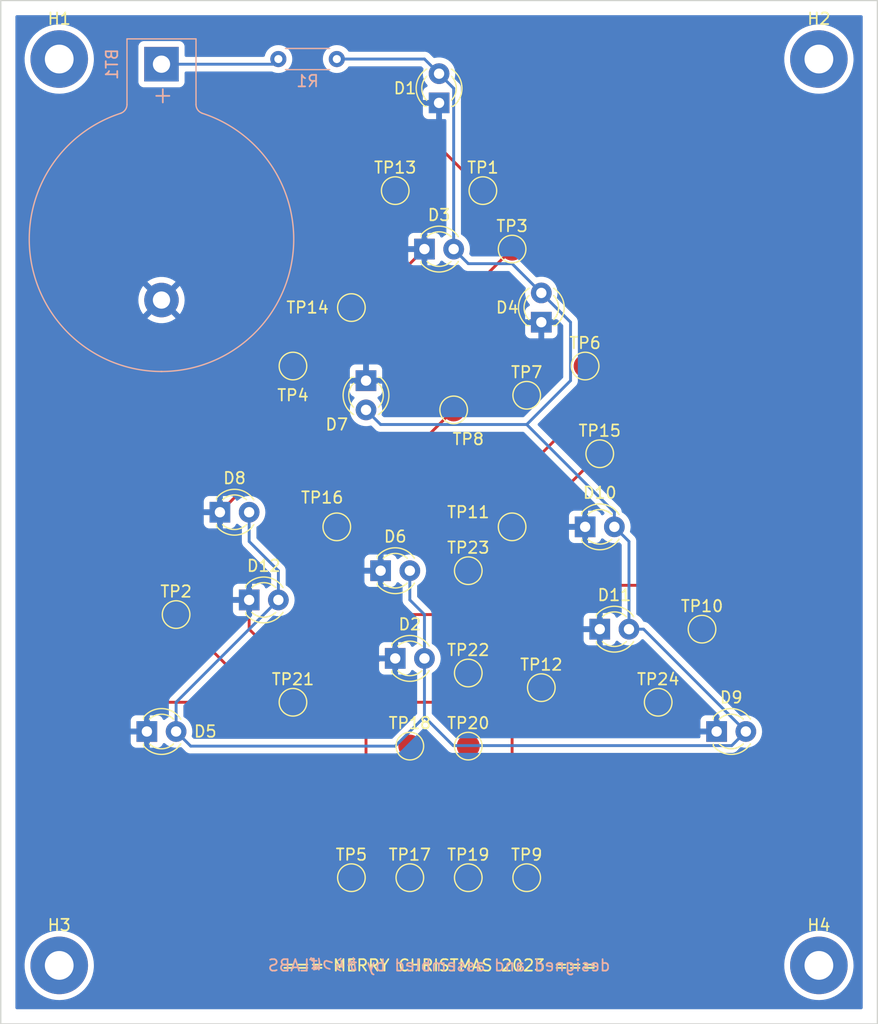
<source format=kicad_pcb>
(kicad_pcb (version 20211014) (generator pcbnew)
  (layers (0 "F.Cu" signal) (31 "B.Cu" signal) (34 "B.Paste" user) (35 "F.Paste" user) (36 "B.SilkS" user "B.Silkscreen") (37 "F.SilkS" user "F.Silkscreen") (38 "B.Mask" user) (39 "F.Mask" user) (44 "Edge.Cuts" user))
  (net 0 "")
  (net 1 "VCC")
  (net 2 "GND")
  (net 3 "Net-(D1-Pad2)")
  (footprint "TestPoint:TestPoint_Pad_D2.0mm" (layer "F.Cu") (at 147.32 85.09)
    (fp_text reference "TP7" (at 0 -1.998) (layer "F.SilkS"))
    (fp_text value "TestPoint")
    (fp_circle (center 0 0) (end 0 1.2) (layer "F.SilkS") (width 0.12) (fill none))
    (pad "1" smd circle (at 0 0) (size 2 2) (layers "F.Cu" "F.Mask") (net 2 "GND"))
  )
  (footprint "TestPoint:TestPoint_Pad_D2.0mm" (layer "F.Cu") (at 142.24 127)
    (fp_text reference "TP19" (at 0 -1.998) (layer "F.SilkS"))
    (fp_text value "TestPoint")
    (fp_circle (center 0 0) (end 0 1.2) (layer "F.SilkS") (width 0.12) (fill none))
    (pad "1" smd circle (at 0 0) (size 2 2) (layers "F.Cu" "F.Mask") (net 2 "GND"))
  )
  (footprint "TestPoint:TestPoint_Pad_D2.0mm" (layer "F.Cu") (at 162.56 105.41)
    (fp_text reference "TP10" (at 0 -1.998) (layer "F.SilkS"))
    (fp_text value "TestPoint")
    (fp_circle (center 0 0) (end 0 1.2) (layer "F.SilkS") (width 0.12) (fill none))
    (pad "1" smd circle (at 0 0) (size 2 2) (layers "F.Cu" "F.Mask") (net 2 "GND"))
  )
  (footprint "LED_THT:LED_D3.0mm" (layer "F.Cu") (at 148.59 78.74 90)
    (fp_text reference "D4" (at 1.27 -2.96 180) (layer "F.SilkS"))
    (fp_text value "LED")
    (fp_line (start -0.29 1.08) (end -0.29 1.236) (layer "F.SilkS") (width 0.12))
    (fp_line (start -0.29 -1.236) (end -0.29 -1.08) (layer "F.SilkS") (width 0.12))
    (fp_arc (start -0.29 -1.235516) (mid 1.366487 -1.987659) (end 2.942335 -1.078608) (layer "F.SilkS") (width 0.12))
    (fp_arc (start 0.229039 -1.08) (mid 1.270117 -1.5) (end 2.31113 -1.079837) (layer "F.SilkS") (width 0.12))
    (fp_arc (start 2.942335 1.078608) (mid 1.366487 1.987659) (end -0.29 1.235516) (layer "F.SilkS") (width 0.12))
    (fp_arc (start 2.31113 1.079837) (mid 1.270117 1.5) (end 0.229039 1.08) (layer "F.SilkS") (width 0.12))
    (pad "1" thru_hole rect (at 0 0 90) (size 1.8 1.8) (drill 0.9) (layers *.Cu *.Mask) (net 2 "GND"))
    (pad "2" thru_hole circle (at 2.54 0 90) (size 1.8 1.8) (drill 0.9) (layers *.Cu *.Mask) (net 3 "Net-(D1-Pad2)"))
  )
  (footprint "MountingHole:MountingHole_2.5mm_Pad" (layer "F.Cu") (at 106.68 134.62)
    (fp_text reference "H3" (at 0 -3.5) (layer "F.SilkS"))
    (fp_text value "MountingHole")
    (pad "1" thru_hole circle (at 0 0) (size 5 5) (drill 2.5) (layers *.Cu *.Mask))
  )
  (footprint "TestPoint:TestPoint_Pad_D2.0mm" (layer "F.Cu") (at 142.24 100.33)
    (fp_text reference "TP23" (at 0 -1.998) (layer "F.SilkS"))
    (fp_text value "TestPoint")
    (fp_circle (center 0 0) (end 0 1.2) (layer "F.SilkS") (width 0.12) (fill none))
    (pad "1" smd circle (at 0 0) (size 2 2) (layers "F.Cu" "F.Mask") (net 2 "GND"))
  )
  (footprint "TestPoint:TestPoint_Pad_D2.0mm" (layer "F.Cu") (at 148.59 110.49)
    (fp_text reference "TP12" (at 0 -1.998) (layer "F.SilkS"))
    (fp_text value "TestPoint")
    (fp_circle (center 0 0) (end 0 1.2) (layer "F.SilkS") (width 0.12) (fill none))
    (pad "1" smd circle (at 0 0) (size 2 2) (layers "F.Cu" "F.Mask") (net 2 "GND"))
  )
  (footprint "LED_THT:LED_D3.0mm" (layer "F.Cu") (at 139.7 59.69 90)
    (fp_text reference "D1" (at 1.27 -2.96 180) (layer "F.SilkS"))
    (fp_text value "LED")
    (fp_line (start -0.29 1.08) (end -0.29 1.236) (layer "F.SilkS") (width 0.12))
    (fp_line (start -0.29 -1.236) (end -0.29 -1.08) (layer "F.SilkS") (width 0.12))
    (fp_arc (start 2.31113 1.079837) (mid 1.270117 1.5) (end 0.229039 1.08) (layer "F.SilkS") (width 0.12))
    (fp_arc (start 0.229039 -1.08) (mid 1.270117 -1.5) (end 2.31113 -1.079837) (layer "F.SilkS") (width 0.12))
    (fp_arc (start -0.29 -1.235516) (mid 1.366487 -1.987659) (end 2.942335 -1.078608) (layer "F.SilkS") (width 0.12))
    (fp_arc (start 2.942335 1.078608) (mid 1.366487 1.987659) (end -0.29 1.235516) (layer "F.SilkS") (width 0.12))
    (pad "1" thru_hole rect (at 0 0 90) (size 1.8 1.8) (drill 0.9) (layers *.Cu *.Mask) (net 2 "GND"))
    (pad "2" thru_hole circle (at 2.54 0 90) (size 1.8 1.8) (drill 0.9) (layers *.Cu *.Mask) (net 3 "Net-(D1-Pad2)"))
  )
  (footprint "TestPoint:TestPoint_Pad_D2.0mm" (layer "F.Cu") (at 153.67 90.17)
    (fp_text reference "TP15" (at 0 -1.998) (layer "F.SilkS"))
    (fp_text value "TestPoint")
    (fp_circle (center 0 0) (end 0 1.2) (layer "F.SilkS") (width 0.12) (fill none))
    (pad "1" smd circle (at 0 0) (size 2 2) (layers "F.Cu" "F.Mask") (net 2 "GND"))
  )
  (footprint "LED_THT:LED_D3.0mm" (layer "F.Cu") (at 135.89 107.95)
    (fp_text reference "D2" (at 1.27 -2.96) (layer "F.SilkS"))
    (fp_text value "LED")
    (fp_line (start -0.29 -1.236) (end -0.29 -1.08) (layer "F.SilkS") (width 0.12))
    (fp_line (start -0.29 1.08) (end -0.29 1.236) (layer "F.SilkS") (width 0.12))
    (fp_arc (start -0.29 -1.235516) (mid 1.366487 -1.987659) (end 2.942335 -1.078608) (layer "F.SilkS") (width 0.12))
    (fp_arc (start 2.31113 1.079837) (mid 1.270117 1.5) (end 0.229039 1.08) (layer "F.SilkS") (width 0.12))
    (fp_arc (start 2.942335 1.078608) (mid 1.366487 1.987659) (end -0.29 1.235516) (layer "F.SilkS") (width 0.12))
    (fp_arc (start 0.229039 -1.08) (mid 1.270117 -1.5) (end 2.31113 -1.079837) (layer "F.SilkS") (width 0.12))
    (pad "1" thru_hole rect (at 0 0) (size 1.8 1.8) (drill 0.9) (layers *.Cu *.Mask) (net 2 "GND"))
    (pad "2" thru_hole circle (at 2.54 0) (size 1.8 1.8) (drill 0.9) (layers *.Cu *.Mask) (net 3 "Net-(D1-Pad2)"))
  )
  (footprint "TestPoint:TestPoint_Pad_D2.0mm" (layer "F.Cu") (at 137.16 127)
    (fp_text reference "TP17" (at 0 -1.998) (layer "F.SilkS"))
    (fp_text value "TestPoint")
    (fp_circle (center 0 0) (end 0 1.2) (layer "F.SilkS") (width 0.12) (fill none))
    (pad "1" smd circle (at 0 0) (size 2 2) (layers "F.Cu" "F.Mask") (net 2 "GND"))
  )
  (footprint "LED_THT:LED_D3.0mm" (layer "F.Cu") (at 138.43 72.39)
    (fp_text reference "D3" (at 1.27 -2.96) (layer "F.SilkS"))
    (fp_text value "LED")
    (fp_line (start -0.29 -1.236) (end -0.29 -1.08) (layer "F.SilkS") (width 0.12))
    (fp_line (start -0.29 1.08) (end -0.29 1.236) (layer "F.SilkS") (width 0.12))
    (fp_arc (start 2.942335 1.078608) (mid 1.366487 1.987659) (end -0.29 1.235516) (layer "F.SilkS") (width 0.12))
    (fp_arc (start 0.229039 -1.08) (mid 1.270117 -1.5) (end 2.31113 -1.079837) (layer "F.SilkS") (width 0.12))
    (fp_arc (start 2.31113 1.079837) (mid 1.270117 1.5) (end 0.229039 1.08) (layer "F.SilkS") (width 0.12))
    (fp_arc (start -0.29 -1.235516) (mid 1.366487 -1.987659) (end 2.942335 -1.078608) (layer "F.SilkS") (width 0.12))
    (pad "1" thru_hole rect (at 0 0) (size 1.8 1.8) (drill 0.9) (layers *.Cu *.Mask) (net 2 "GND"))
    (pad "2" thru_hole circle (at 2.54 0) (size 1.8 1.8) (drill 0.9) (layers *.Cu *.Mask) (net 3 "Net-(D1-Pad2)"))
  )
  (footprint "TestPoint:TestPoint_Pad_D2.0mm" (layer "F.Cu") (at 130.81 96.52)
    (fp_text reference "TP16" (at -1.27 -2.54) (layer "F.SilkS"))
    (fp_text value "TestPoint")
    (fp_circle (center 0 0) (end 0 1.2) (layer "F.SilkS") (width 0.12) (fill none))
    (pad "1" smd circle (at 0 0) (size 2 2) (layers "F.Cu" "F.Mask") (net 2 "GND"))
  )
  (footprint "MountingHole:MountingHole_2.5mm_Pad" (layer "F.Cu") (at 106.68 55.88)
    (fp_text reference "H1" (at 0 -3.5) (layer "F.SilkS"))
    (fp_text value "MountingHole")
    (pad "1" thru_hole circle (at 0 0) (size 5 5) (drill 2.5) (layers *.Cu *.Mask))
  )
  (footprint "TestPoint:TestPoint_Pad_D2.0mm" (layer "F.Cu") (at 142.24 109.22)
    (fp_text reference "TP22" (at 0 -1.998) (layer "F.SilkS"))
    (fp_text value "TestPoint")
    (fp_circle (center 0 0) (end 0 1.2) (layer "F.SilkS") (width 0.12) (fill none))
    (pad "1" smd circle (at 0 0) (size 2 2) (layers "F.Cu" "F.Mask") (net 2 "GND"))
  )
  (footprint "TestPoint:TestPoint_Pad_D2.0mm" (layer "F.Cu") (at 152.4 82.55)
    (fp_text reference "TP6" (at 0 -1.998) (layer "F.SilkS"))
    (fp_text value "TestPoint")
    (fp_circle (center 0 0) (end 0 1.2) (layer "F.SilkS") (width 0.12) (fill none))
    (pad "1" smd circle (at 0 0) (size 2 2) (layers "F.Cu" "F.Mask") (net 2 "GND"))
  )
  (footprint "TestPoint:TestPoint_Pad_D2.0mm" (layer "F.Cu") (at 146.05 72.39)
    (fp_text reference "TP3" (at 0 -1.998) (layer "F.SilkS"))
    (fp_text value "TestPoint")
    (fp_circle (center 0 0) (end 0 1.2) (layer "F.SilkS") (width 0.12) (fill none))
    (pad "1" smd circle (at 0 0) (size 2 2) (layers "F.Cu" "F.Mask") (net 2 "GND"))
  )
  (footprint "TestPoint:TestPoint_Pad_D2.0mm" (layer "F.Cu") (at 127 111.76)
    (fp_text reference "TP21" (at 0 -1.998) (layer "F.SilkS"))
    (fp_text value "TestPoint")
    (fp_circle (center 0 0) (end 0 1.2) (layer "F.SilkS") (width 0.12) (fill none))
    (pad "1" smd circle (at 0 0) (size 2 2) (layers "F.Cu" "F.Mask") (net 2 "GND"))
  )
  (footprint "TestPoint:TestPoint_Pad_D2.0mm" (layer "F.Cu") (at 140.97 86.36)
    (fp_text reference "TP8" (at 1.27 2.54) (layer "F.SilkS"))
    (fp_text value "TestPoint")
    (fp_circle (center 0 0) (end 0 1.2) (layer "F.SilkS") (width 0.12) (fill none))
    (pad "1" smd circle (at 0 0) (size 2 2) (layers "F.Cu" "F.Mask") (net 2 "GND"))
  )
  (footprint "TestPoint:TestPoint_Pad_D2.0mm" (layer "F.Cu") (at 135.89 67.31)
    (fp_text reference "TP13" (at 0 -1.998) (layer "F.SilkS"))
    (fp_text value "TestPoint")
    (fp_circle (center 0 0) (end 0 1.2) (layer "F.SilkS") (width 0.12) (fill none))
    (pad "1" smd circle (at 0 0) (size 2 2) (layers "F.Cu" "F.Mask") (net 2 "GND"))
  )
  (footprint "LED_THT:LED_D3.0mm" (layer "F.Cu") (at 163.83 114.3)
    (fp_text reference "D9" (at 1.27 -2.96) (layer "F.SilkS"))
    (fp_text value "LED")
    (fp_line (start -0.29 1.08) (end -0.29 1.236) (layer "F.SilkS") (width 0.12))
    (fp_line (start -0.29 -1.236) (end -0.29 -1.08) (layer "F.SilkS") (width 0.12))
    (fp_arc (start 0.229039 -1.08) (mid 1.270117 -1.5) (end 2.31113 -1.079837) (layer "F.SilkS") (width 0.12))
    (fp_arc (start 2.31113 1.079837) (mid 1.270117 1.5) (end 0.229039 1.08) (layer "F.SilkS") (width 0.12))
    (fp_arc (start -0.29 -1.235516) (mid 1.366487 -1.987659) (end 2.942335 -1.078608) (layer "F.SilkS") (width 0.12))
    (fp_arc (start 2.942335 1.078608) (mid 1.366487 1.987659) (end -0.29 1.235516) (layer "F.SilkS") (width 0.12))
    (pad "1" thru_hole rect (at 0 0) (size 1.8 1.8) (drill 0.9) (layers *.Cu *.Mask) (net 2 "GND"))
    (pad "2" thru_hole circle (at 2.54 0) (size 1.8 1.8) (drill 0.9) (layers *.Cu *.Mask) (net 3 "Net-(D1-Pad2)"))
  )
  (footprint "TestPoint:TestPoint_Pad_D2.0mm" (layer "F.Cu") (at 142.24 115.57)
    (fp_text reference "TP20" (at 0 -1.998) (layer "F.SilkS"))
    (fp_text value "TestPoint")
    (fp_circle (center 0 0) (end 0 1.2) (layer "F.SilkS") (width 0.12) (fill none))
    (pad "1" smd circle (at 0 0) (size 2 2) (layers "F.Cu" "F.Mask") (net 2 "GND"))
  )
  (footprint "TestPoint:TestPoint_Pad_D2.0mm" (layer "F.Cu") (at 146.05 96.52)
    (fp_text reference "TP11" (at -3.81 -1.27) (layer "F.SilkS"))
    (fp_text value "TestPoint")
    (fp_circle (center 0 0) (end 0 1.2) (layer "F.SilkS") (width 0.12) (fill none))
    (pad "1" smd circle (at 0 0) (size 2 2) (layers "F.Cu" "F.Mask") (net 2 "GND"))
  )
  (footprint "MountingHole:MountingHole_2.5mm_Pad" (layer "F.Cu") (at 172.72 55.88)
    (fp_text reference "H2" (at 0 -3.5) (layer "F.SilkS"))
    (fp_text value "MountingHole")
    (pad "1" thru_hole circle (at 0 0) (size 5 5) (drill 2.5) (layers *.Cu *.Mask))
  )
  (footprint "TestPoint:TestPoint_Pad_D2.0mm" (layer "F.Cu") (at 137.16 115.57)
    (fp_text reference "TP18" (at 0 -1.998) (layer "F.SilkS"))
    (fp_text value "TestPoint")
    (fp_circle (center 0 0) (end 0 1.2) (layer "F.SilkS") (width 0.12) (fill none))
    (pad "1" smd circle (at 0 0) (size 2 2) (layers "F.Cu" "F.Mask") (net 2 "GND"))
  )
  (footprint "LED_THT:LED_D3.0mm" (layer "F.Cu") (at 133.35 83.82 -90)
    (fp_text reference "D7" (at 3.81 2.54 180) (layer "F.SilkS"))
    (fp_text value "LED")
    (fp_line (start -0.29 -1.236) (end -0.29 -1.08) (layer "F.SilkS") (width 0.12))
    (fp_line (start -0.29 1.08) (end -0.29 1.236) (layer "F.SilkS") (width 0.12))
    (fp_arc (start 2.31113 1.079837) (mid 1.270117 1.5) (end 0.229039 1.08) (layer "F.SilkS") (width 0.12))
    (fp_arc (start 0.229039 -1.08) (mid 1.270117 -1.5) (end 2.31113 -1.079837) (layer "F.SilkS") (width 0.12))
    (fp_arc (start -0.29 -1.235516) (mid 1.366487 -1.987659) (end 2.942335 -1.078608) (layer "F.SilkS") (width 0.12))
    (fp_arc (start 2.942335 1.078608) (mid 1.366487 1.987659) (end -0.29 1.235516) (layer "F.SilkS") (width 0.12))
    (pad "1" thru_hole rect (at 0 0 270) (size 1.8 1.8) (drill 0.9) (layers *.Cu *.Mask) (net 2 "GND"))
    (pad "2" thru_hole circle (at 2.54 0 270) (size 1.8 1.8) (drill 0.9) (layers *.Cu *.Mask) (net 3 "Net-(D1-Pad2)"))
  )
  (footprint "TestPoint:TestPoint_Pad_D2.0mm" (layer "F.Cu") (at 127 82.55)
    (fp_text reference "TP4" (at 0 2.54) (layer "F.SilkS"))
    (fp_text value "TestPoint")
    (fp_circle (center 0 0) (end 0 1.2) (layer "F.SilkS") (width 0.12) (fill none))
    (pad "1" smd circle (at 0 0) (size 2 2) (layers "F.Cu" "F.Mask") (net 2 "GND"))
  )
  (footprint "LED_THT:LED_D3.0mm" (layer "F.Cu") (at 134.62 100.33)
    (fp_text reference "D6" (at 1.27 -2.96) (layer "F.SilkS"))
    (fp_text value "LED")
    (fp_line (start -0.29 1.08) (end -0.29 1.236) (layer "F.SilkS") (width 0.12))
    (fp_line (start -0.29 -1.236) (end -0.29 -1.08) (layer "F.SilkS") (width 0.12))
    (fp_arc (start 2.31113 1.079837) (mid 1.270117 1.5) (end 0.229039 1.08) (layer "F.SilkS") (width 0.12))
    (fp_arc (start 0.229039 -1.08) (mid 1.270117 -1.5) (end 2.31113 -1.079837) (layer "F.SilkS") (width 0.12))
    (fp_arc (start -0.29 -1.235516) (mid 1.366487 -1.987659) (end 2.942335 -1.078608) (layer "F.SilkS") (width 0.12))
    (fp_arc (start 2.942335 1.078608) (mid 1.366487 1.987659) (end -0.29 1.235516) (layer "F.SilkS") (width 0.12))
    (pad "1" thru_hole rect (at 0 0) (size 1.8 1.8) (drill 0.9) (layers *.Cu *.Mask) (net 2 "GND"))
    (pad "2" thru_hole circle (at 2.54 0) (size 1.8 1.8) (drill 0.9) (layers *.Cu *.Mask) (net 3 "Net-(D1-Pad2)"))
  )
  (footprint "TestPoint:TestPoint_Pad_D2.0mm" (layer "F.Cu") (at 116.84 104.14)
    (fp_text reference "TP2" (at 0 -1.998) (layer "F.SilkS"))
    (fp_text value "TestPoint")
    (fp_circle (center 0 0) (end 0 1.2) (layer "F.SilkS") (width 0.12) (fill none))
    (pad "1" smd circle (at 0 0) (size 2 2) (layers "F.Cu" "F.Mask") (net 2 "GND"))
  )
  (footprint "LED_THT:LED_D3.0mm" (layer "F.Cu") (at 120.65 95.25)
    (fp_text reference "D8" (at 1.27 -2.96) (layer "F.SilkS"))
    (fp_text value "LED")
    (fp_line (start -0.29 1.08) (end -0.29 1.236) (layer "F.SilkS") (width 0.12))
    (fp_line (start -0.29 -1.236) (end -0.29 -1.08) (layer "F.SilkS") (width 0.12))
    (fp_arc (start 0.229039 -1.08) (mid 1.270117 -1.5) (end 2.31113 -1.079837) (layer "F.SilkS") (width 0.12))
    (fp_arc (start -0.29 -1.235516) (mid 1.366487 -1.987659) (end 2.942335 -1.078608) (layer "F.SilkS") (width 0.12))
    (fp_arc (start 2.31113 1.079837) (mid 1.270117 1.5) (end 0.229039 1.08) (layer "F.SilkS") (width 0.12))
    (fp_arc (start 2.942335 1.078608) (mid 1.366487 1.987659) (end -0.29 1.235516) (layer "F.SilkS") (width 0.12))
    (pad "1" thru_hole rect (at 0 0) (size 1.8 1.8) (drill 0.9) (layers *.Cu *.Mask) (net 2 "GND"))
    (pad "2" thru_hole circle (at 2.54 0) (size 1.8 1.8) (drill 0.9) (layers *.Cu *.Mask) (net 3 "Net-(D1-Pad2)"))
  )
  (footprint "LED_THT:LED_D3.0mm" (layer "F.Cu") (at 114.3 114.3)
    (fp_text reference "D5" (at 5.08 0) (layer "F.SilkS"))
    (fp_text value "LED")
    (fp_line (start -0.29 -1.236) (end -0.29 -1.08) (layer "F.SilkS") (width 0.12))
    (fp_line (start -0.29 1.08) (end -0.29 1.236) (layer "F.SilkS") (width 0.12))
    (fp_arc (start 2.31113 1.079837) (mid 1.270117 1.5) (end 0.229039 1.08) (layer "F.SilkS") (width 0.12))
    (fp_arc (start 0.229039 -1.08) (mid 1.270117 -1.5) (end 2.31113 -1.079837) (layer "F.SilkS") (width 0.12))
    (fp_arc (start -0.29 -1.235516) (mid 1.366487 -1.987659) (end 2.942335 -1.078608) (layer "F.SilkS") (width 0.12))
    (fp_arc (start 2.942335 1.078608) (mid 1.366487 1.987659) (end -0.29 1.235516) (layer "F.SilkS") (width 0.12))
    (pad "1" thru_hole rect (at 0 0) (size 1.8 1.8) (drill 0.9) (layers *.Cu *.Mask) (net 2 "GND"))
    (pad "2" thru_hole circle (at 2.54 0) (size 1.8 1.8) (drill 0.9) (layers *.Cu *.Mask) (net 3 "Net-(D1-Pad2)"))
  )
  (footprint "LED_THT:LED_D3.0mm" (layer "F.Cu") (at 152.4 96.52)
    (fp_text reference "D10" (at 1.27 -2.96) (layer "F.SilkS"))
    (fp_text value "LED")
    (fp_line (start -0.29 -1.236) (end -0.29 -1.08) (layer "F.SilkS") (width 0.12))
    (fp_line (start -0.29 1.08) (end -0.29 1.236) (layer "F.SilkS") (width 0.12))
    (fp_arc (start 2.31113 1.079837) (mid 1.270117 1.5) (end 0.229039 1.08) (layer "F.SilkS") (width 0.12))
    (fp_arc (start 0.229039 -1.08) (mid 1.270117 -1.5) (end 2.31113 -1.079837) (layer "F.SilkS") (width 0.12))
    (fp_arc (start 2.942335 1.078608) (mid 1.366487 1.987659) (end -0.29 1.235516) (layer "F.SilkS") (width 0.12))
    (fp_arc (start -0.29 -1.235516) (mid 1.366487 -1.987659) (end 2.942335 -1.078608) (layer "F.SilkS") (width 0.12))
    (pad "1" thru_hole rect (at 0 0) (size 1.8 1.8) (drill 0.9) (layers *.Cu *.Mask) (net 2 "GND"))
    (pad "2" thru_hole circle (at 2.54 0) (size 1.8 1.8) (drill 0.9) (layers *.Cu *.Mask) (net 3 "Net-(D1-Pad2)"))
  )
  (footprint "LED_THT:LED_D3.0mm" (layer "F.Cu") (at 123.19 102.87)
    (fp_text reference "D12" (at 1.27 -2.96) (layer "F.SilkS"))
    (fp_text value "LED")
    (fp_line (start -0.29 1.08) (end -0.29 1.236) (layer "F.SilkS") (width 0.12))
    (fp_line (start -0.29 -1.236) (end -0.29 -1.08) (layer "F.SilkS") (width 0.12))
    (fp_arc (start 0.229039 -1.08) (mid 1.270117 -1.5) (end 2.31113 -1.079837) (layer "F.SilkS") (width 0.12))
    (fp_arc (start -0.29 -1.235516) (mid 1.366487 -1.987659) (end 2.942335 -1.078608) (layer "F.SilkS") (width 0.12))
    (fp_arc (start 2.942335 1.078608) (mid 1.366487 1.987659) (end -0.29 1.235516) (layer "F.SilkS") (width 0.12))
    (fp_arc (start 2.31113 1.079837) (mid 1.270117 1.5) (end 0.229039 1.08) (layer "F.SilkS") (width 0.12))
    (pad "1" thru_hole rect (at 0 0) (size 1.8 1.8) (drill 0.9) (layers *.Cu *.Mask) (net 2 "GND"))
    (pad "2" thru_hole circle (at 2.54 0) (size 1.8 1.8) (drill 0.9) (layers *.Cu *.Mask) (net 3 "Net-(D1-Pad2)"))
  )
  (footprint "LED_THT:LED_D3.0mm" (layer "F.Cu") (at 153.67 105.41)
    (fp_text reference "D11" (at 1.27 -2.96) (layer "F.SilkS"))
    (fp_text value "LED")
    (fp_line (start -0.29 -1.236) (end -0.29 -1.08) (layer "F.SilkS") (width 0.12))
    (fp_line (start -0.29 1.08) (end -0.29 1.236) (layer "F.SilkS") (width 0.12))
    (fp_arc (start 2.942335 1.078608) (mid 1.366487 1.987659) (end -0.29 1.235516) (layer "F.SilkS") (width 0.12))
    (fp_arc (start 2.31113 1.079837) (mid 1.270117 1.5) (end 0.229039 1.08) (layer "F.SilkS") (width 0.12))
    (fp_arc (start 0.229039 -1.08) (mid 1.270117 -1.5) (end 2.31113 -1.079837) (layer "F.SilkS") (width 0.12))
    (fp_arc (start -0.29 -1.235516) (mid 1.366487 -1.987659) (end 2.942335 -1.078608) (layer "F.SilkS") (width 0.12))
    (pad "1" thru_hole rect (at 0 0) (size 1.8 1.8) (drill 0.9) (layers *.Cu *.Mask) (net 2 "GND"))
    (pad "2" thru_hole circle (at 2.54 0) (size 1.8 1.8) (drill 0.9) (layers *.Cu *.Mask) (net 3 "Net-(D1-Pad2)"))
  )
  (footprint "TestPoint:TestPoint_Pad_D2.0mm" (layer "F.Cu") (at 147.32 127)
    (fp_text reference "TP9" (at 0 -1.998) (layer "F.SilkS"))
    (fp_text value "TestPoint")
    (fp_circle (center 0 0) (end 0 1.2) (layer "F.SilkS") (width 0.12) (fill none))
    (pad "1" smd circle (at 0 0) (size 2 2) (layers "F.Cu" "F.Mask") (net 2 "GND"))
  )
  (footprint "TestPoint:TestPoint_Pad_D2.0mm" (layer "F.Cu") (at 132.08 77.47)
    (fp_text reference "TP14" (at -3.81 0) (layer "F.SilkS"))
    (fp_text value "TestPoint")
    (fp_circle (center 0 0) (end 0 1.2) (layer "F.SilkS") (width 0.12) (fill none))
    (pad "1" smd circle (at 0 0) (size 2 2) (layers "F.Cu" "F.Mask") (net 2 "GND"))
  )
  (footprint "MountingHole:MountingHole_2.5mm_Pad" (layer "F.Cu") (at 172.72 134.62)
    (fp_text reference "H4" (at 0 -3.5) (layer "F.SilkS"))
    (fp_text value "MountingHole")
    (pad "1" thru_hole circle (at 0 0) (size 5 5) (drill 2.5) (layers *.Cu *.Mask))
  )
  (footprint "TestPoint:TestPoint_Pad_D2.0mm" (layer "F.Cu") (at 132.08 127)
    (fp_text reference "TP5" (at 0 -1.998) (layer "F.SilkS"))
    (fp_text value "TestPoint")
    (fp_circle (center 0 0) (end 0 1.2) (layer "F.SilkS") (width 0.12) (fill none))
    (pad "1" smd circle (at 0 0) (size 2 2) (layers "F.Cu" "F.Mask") (net 2 "GND"))
  )
  (footprint "TestPoint:TestPoint_Pad_D2.0mm" (layer "F.Cu") (at 143.51 67.31)
    (fp_text reference "TP1" (at 0 -1.998) (layer "F.SilkS"))
    (fp_text value "TestPoint")
    (fp_circle (center 0 0) (end 0 1.2) (layer "F.SilkS") (width 0.12) (fill none))
    (pad "1" smd circle (at 0 0) (size 2 2) (layers "F.Cu" "F.Mask") (net 2 "GND"))
  )
  (footprint "TestPoint:TestPoint_Pad_D2.0mm" (layer "F.Cu") (at 158.75 111.76)
    (fp_text reference "TP24" (at 0 -1.998) (layer "F.SilkS"))
    (fp_text value "TestPoint")
    (fp_circle (center 0 0) (end 0 1.2) (layer "F.SilkS") (width 0.12) (fill none))
    (pad "1" smd circle (at 0 0) (size 2 2) (layers "F.Cu" "F.Mask") (net 2 "GND"))
  )
  (footprint "Resistor_THT:R_Axial_DIN0204_L3.6mm_D1.6mm_P5.08mm_Horizontal" (layer "B.Cu") (at 125.73 55.88)
    (fp_text reference "R1" (at 2.54 1.92) (layer "B.SilkS") (effects (justify mirror)))
    (fp_text value "R")
    (fp_line (start 0.62 0.92) (end 4.46 0.92) (layer "B.SilkS") (width 0.12))
    (fp_line (start 0.62 -0.92) (end 4.46 -0.92) (layer "B.SilkS") (width 0.12))
    (pad "1" thru_hole circle (at 0 0) (size 1.4 1.4) (drill 0.7) (layers *.Cu *.Mask) (net 1 "VCC"))
    (pad "2" thru_hole oval (at 5.08 0) (size 1.4 1.4) (drill 0.7) (layers *.Cu *.Mask) (net 3 "Net-(D1-Pad2)"))
  )
  (footprint "Battery:BatteryHolder_Keystone_103_1x20mm" (layer "B.Cu") (at 115.57 56.327583 -90)
    (fp_text reference "BT1" (at 0 4.3 90) (layer "B.SilkS") (effects (justify mirror)))
    (fp_text value "Battery_Cell")
    (fp_text user "+" (at 2.75 0 90) (layer "B.SilkS") (effects (font (size 1.5 1.5)) (justify mirror)))
    (fp_line (start -2.2 -3) (end -2.2 3) (layer "B.SilkS") (width 0.12))
    (fp_line (start -2.2 3) (end 3.5 3) (layer "B.SilkS") (width 0.12))
    (fp_line (start -2.2 -3) (end 3.5 -3) (layer "B.SilkS") (width 0.12))
    (fp_arc (start 4.25 -3.5) (mid 16.993514 -11.35499) (end 26.695671 0.045281) (layer "B.SilkS") (width 0.12))
    (fp_arc (start 3.5 3) (mid 3.958861 3.144678) (end 4.251754 3.526384) (layer "B.SilkS") (width 0.12))
    (fp_arc (start 4.251754 -3.526384) (mid 3.958861 -3.144678) (end 3.5 -3) (layer "B.SilkS") (width 0.12))
    (fp_arc (start 26.695671 -0.045281) (mid 16.993514 11.354987) (end 4.25 3.5) (layer "B.SilkS") (width 0.12))
    (pad "1" thru_hole rect (at 0 0 270) (size 3 3) (drill 1.5) (layers *.Cu *.Mask) (net 1 "VCC"))
    (pad "2" thru_hole circle (at 20.49 0 270) (size 3 3) (drill 1.5) (layers *.Cu *.Mask) (net 2 "GND"))
  )
  (gr_line (start 177.8 50.8) (end 101.6 50.8) (layer "Edge.Cuts") (width 0.1))
  (gr_line (start 101.6 50.8) (end 101.6 139.7) (layer "Edge.Cuts") (width 0.1))
  (gr_line (start 177.8 139.7) (end 177.8 50.8) (layer "Edge.Cuts") (width 0.1))
  (gr_line (start 101.6 139.7) (end 177.8 139.7) (layer "Edge.Cuts") (width 0.1))
  (gr_text "designed and assembled by からつばLABS" (at 139.7 134.62) (layer "B.SilkS") (effects (font (size 1 1)) (justify mirror)))
  (gr_text "=== MERRY CHRISTMAS 2023 ===" (at 139.7 134.62) (layer "F.SilkS") (effects (font (size 1 1))))
  (segment (start 115.57 56.327583) (end 125.282417 56.327583) (width 0.25) (layer "B.Cu") (net 1))
  (segment (start 125.282417 56.327583) (end 125.73 55.88) (width 0.25) (layer "B.Cu") (net 1))
  (segment (start 115.57 56.327583) (end 115.57 57.15) (width 0.25) (layer "B.Cu") (net 1))
  (segment (start 116.017583 55.88) (end 115.57 56.327583) (width 0.25) (layer "B.Cu") (net 1))
  (segment (start 142.24 115.57) (end 142.24 127) (width 0.25) (layer "F.Cu") (net 2))
  (segment (start 134.62 100.33) (end 128.27 100.33) (width 0.25) (layer "F.Cu") (net 2))
  (segment (start 147.32 127) (end 147.32 123.19) (width 0.25) (layer "F.Cu") (net 2))
  (segment (start 163.83 114.3) (end 146.05 114.3) (width 0.25) (layer "F.Cu") (net 2))
  (segment (start 128.27 81.28) (end 142.24 81.28) (width 0.25) (layer "F.Cu") (net 2))
  (segment (start 142.24 100.33) (end 153.67 111.76) (width 0.25) (layer "F.Cu") (net 2))
  (segment (start 133.35 114.3) (end 123.19 114.3) (width 0.25) (layer "F.Cu") (net 2))
  (segment (start 146.05 83.82) (end 147.32 85.09) (width 0.25) (layer "F.Cu") (net 2))
  (segment (start 114.3 114.3) (end 114.3 111.76) (width 0.25) (layer "F.Cu") (net 2))
  (segment (start 135.89 74.93) (end 135.89 78.74) (width 0.25) (layer "F.Cu") (net 2))
  (segment (start 128.27 100.33) (end 127 99.06) (width 0.25) (layer "F.Cu") (net 2))
  (segment (start 137.16 115.57) (end 137.16 127) (width 0.25) (layer "F.Cu") (net 2))
  (segment (start 138.43 88.9) (end 140.97 86.36) (width 0.25) (layer "F.Cu") (net 2))
  (segment (start 151.13 105.41) (end 146.05 100.33) (width 0.25) (layer "F.Cu") (net 2))
  (segment (start 135.89 67.31) (end 133.35 69.85) (width 0.25) (layer "F.Cu") (net 2))
  (segment (start 120.65 95.25) (end 127 88.9) (width 0.25) (layer "F.Cu") (net 2))
  (segment (start 139.7 78.74) (end 138.43 78.74) (width 0.25) (layer "F.Cu") (net 2))
  (segment (start 133.35 83.82) (end 146.05 83.82) (width 0.25) (layer "F.Cu") (net 2))
  (segment (start 133.35 121.92) (end 133.35 114.3) (width 0.25) (layer "F.Cu") (net 2))
  (segment (start 132.08 123.19) (end 133.35 121.92) (width 0.25) (layer "F.Cu") (net 2))
  (segment (start 147.32 123.19) (end 146.05 121.92) (width 0.25) (layer "F.Cu") (net 2))
  (segment (start 128.27 91.44) (end 147.32 91.44) (width 0.25) (layer "F.Cu") (net 2))
  (segment (start 153.67 105.41) (end 151.13 105.41) (width 0.25) (layer "F.Cu") (net 2))
  (segment (start 132.08 127) (end 132.08 123.19) (width 0.25) (layer "F.Cu") (net 2))
  (segment (start 132.08 104.14) (end 142.24 104.14) (width 0.25) (layer "F.Cu") (net 2))
  (segment (start 135.89 107.95) (end 134.62 107.95) (width 0.25) (layer "F.Cu") (net 2))
  (segment (start 123.19 114.3) (end 120.65 111.76) (width 0.25) (layer "F.Cu") (net 2))
  (segment (start 139.7 59.69) (end 139.7 63.5) (width 0.25) (layer "F.Cu") (net 2))
  (segment (start 142.24 104.14) (end 148.59 110.49) (width 0.25) (layer "F.Cu") (net 2))
  (segment (start 152.4 96.52) (end 149.86 96.52) (width 0.25) (layer "F.Cu") (net 2))
  (segment (start 153.67 111.76) (end 158.75 111.76) (width 0.25) (layer "F.Cu") (net 2))
  (segment (start 152.4 86.36) (end 152.4 82.55) (width 0.25) (layer "F.Cu") (net 2))
  (segment (start 158.75 101.6) (end 162.56 105.41) (width 0.25) (layer "F.Cu") (net 2))
  (segment (start 149.86 99.06) (end 152.4 101.6) (width 0.25) (layer "F.Cu") (net 2))
  (segment (start 144.78 78.74) (end 148.59 78.74) (width 0.25) (layer "F.Cu") (net 2))
  (segment (start 134.62 107.95) (end 133.35 109.22) (width 0.25) (layer "F.Cu") (net 2))
  (segment (start 127 111.76) (end 139.7 111.76) (width 0.25) (layer "F.Cu") (net 2))
  (segment (start 146.05 72.39) (end 139.7 78.74) (width 0.25) (layer "F.Cu") (net 2))
  (segment (start 153.67 90.17) (end 149.86 93.98) (width 0.25) (layer "F.Cu") (net 2))
  (segment (start 127 92.71) (end 128.27 91.44) (width 0.25) (layer "F.Cu") (net 2))
  (segment (start 123.19 102.87) (end 123.19 105.41) (width 0.25) (layer "F.Cu") (net 2))
  (segment (start 127 82.55) (end 128.27 81.28) (width 0.25) (layer "F.Cu") (net 2))
  (segment (start 138.43 72.39) (end 135.89 74.93) (width 0.25) (layer "F.Cu") (net 2))
  (segment (start 129.54 106.68) (end 132.08 104.14) (width 0.25) (layer "F.Cu") (net 2))
  (segment (start 127 99.06) (end 127 92.71) (width 0.25) (layer "F.Cu") (net 2))
  (segment (start 124.46 106.68) (end 129.54 106.68) (width 0.25) (layer "F.Cu") (net 2))
  (segment (start 149.86 96.52) (end 149.86 99.06) (width 0.25) (layer "F.Cu") (net 2))
  (segment (start 142.24 81.28) (end 144.78 78.74) (width 0.25) (layer "F.Cu") (net 2))
  (segment (start 149.86 93.98) (end 133.35 93.98) (width 0.25) (layer "F.Cu") (net 2))
  (segment (start 146.05 99.06) (end 146.05 96.52) (width 0.25) (layer "F.Cu") (net 2))
  (segment (start 133.35 69.85) (end 133.35 76.2) (width 0.25) (layer "F.Cu") (net 2))
  (segment (start 116.84 104.14) (end 121.92 109.22) (width 0.25) (layer "F.Cu") (net 2))
  (segment (start 146.05 121.92) (end 146.05 114.3) (width 0.25) (layer "F.Cu") (net 2))
  (segment (start 146.05 100.33) (end 146.05 99.06) (width 0.25) (layer "F.Cu") (net 2))
  (segment (start 127 88.9) (end 138.43 88.9) (width 0.25) (layer "F.Cu") (net 2))
  (segment (start 120.65 111.76) (end 114.3 111.76) (width 0.25) (layer "F.Cu") (net 2))
  (segment (start 138.43 78.74) (end 135.89 78.74) (width 0.25) (layer "F.Cu") (net 2))
  (segment (start 139.7 63.5) (end 143.51 67.31) (width 0.25) (layer "F.Cu") (net 2))
  (segment (start 123.19 105.41) (end 124.46 106.68) (width 0.25) (layer "F.Cu") (net 2))
  (segment (start 121.92 109.22) (end 133.35 109.22) (width 0.25) (layer "F.Cu") (net 2))
  (segment (start 133.35 76.2) (end 132.08 77.47) (width 0.25) (layer "F.Cu") (net 2))
  (segment (start 133.35 93.98) (end 130.81 96.52) (width 0.25) (layer "F.Cu") (net 2))
  (segment (start 139.7 111.76) (end 142.24 109.22) (width 0.25) (layer "F.Cu") (net 2))
  (segment (start 147.32 91.44) (end 152.4 86.36) (width 0.25) (layer "F.Cu") (net 2))
  (segment (start 152.4 101.6) (end 158.75 101.6) (width 0.25) (layer "F.Cu") (net 2))
  (segment (start 115.57 76.817583) (end 115.57 76.2) (width 0.25) (layer "B.Cu") (net 2))
  (segment (start 166.37 114.3) (end 165.145489 115.524511) (width 0.25) (layer "B.Cu") (net 3))
  (segment (start 140.924511 115.524511) (end 138.43 113.03) (width 0.25) (layer "B.Cu") (net 3))
  (segment (start 138.43 55.88) (end 139.7 57.15) (width 0.25) (layer "B.Cu") (net 3))
  (segment (start 137.16 100.33) (end 137.16 102.87) (width 0.25) (layer "B.Cu") (net 3))
  (segment (start 156.21 97.79) (end 154.94 96.52) (width 0.25) (layer "B.Cu") (net 3))
  (segment (start 140.97 72.39) (end 142.24 73.66) (width 0.25) (layer "B.Cu") (net 3))
  (segment (start 140.97 58.42) (end 140.97 72.39) (width 0.25) (layer "B.Cu") (net 3))
  (segment (start 133.35 86.36) (end 134.62 87.63) (width 0.25) (layer "B.Cu") (net 3))
  (segment (start 148.59 76.2) (end 151.13 78.74) (width 0.25) (layer "B.Cu") (net 3))
  (segment (start 156.21 105.41) (end 156.21 97.79) (width 0.25) (layer "B.Cu") (net 3))
  (segment (start 137.16 102.87) (end 138.43 104.14) (width 0.25) (layer "B.Cu") (net 3))
  (segment (start 147.32 87.63) (end 154.94 95.25) (width 0.25) (layer "B.Cu") (net 3))
  (segment (start 138.43 113.03) (end 138.43 107.95) (width 0.25) (layer "B.Cu") (net 3))
  (segment (start 157.48 105.41) (end 166.37 114.3) (width 0.25) (layer "B.Cu") (net 3))
  (segment (start 116.84 111.76) (end 116.84 114.3) (width 0.25) (layer "B.Cu") (net 3))
  (segment (start 148.59 76.2) (end 146.05 73.66) (width 0.25) (layer "B.Cu") (net 3))
  (segment (start 147.32 87.63) (end 151.13 83.82) (width 0.25) (layer "B.Cu") (net 3))
  (segment (start 146.05 73.66) (end 142.24 73.66) (width 0.25) (layer "B.Cu") (net 3))
  (segment (start 118.11 115.57) (end 116.84 114.3) (width 0.25) (layer "B.Cu") (net 3))
  (segment (start 125.73 100.33) (end 125.73 102.87) (width 0.25) (layer "B.Cu") (net 3))
  (segment (start 154.94 95.25) (end 154.94 96.52) (width 0.25) (layer "B.Cu") (net 3))
  (segment (start 134.62 87.63) (end 147.32 87.63) (width 0.25) (layer "B.Cu") (net 3))
  (segment (start 138.43 113.03) (end 135.89 115.57) (width 0.25) (layer "B.Cu") (net 3))
  (segment (start 135.89 115.57) (end 118.11 115.57) (width 0.25) (layer "B.Cu") (net 3))
  (segment (start 130.81 55.88) (end 138.43 55.88) (width 0.25) (layer "B.Cu") (net 3))
  (segment (start 151.13 78.74) (end 151.13 83.82) (width 0.25) (layer "B.Cu") (net 3))
  (segment (start 125.73 102.87) (end 116.84 111.76) (width 0.25) (layer "B.Cu") (net 3))
  (segment (start 139.7 57.15) (end 140.97 58.42) (width 0.25) (layer "B.Cu") (net 3))
  (segment (start 165.145489 115.524511) (end 140.924511 115.524511) (width 0.25) (layer "B.Cu") (net 3))
  (segment (start 138.43 104.14) (end 138.43 107.95) (width 0.25) (layer "B.Cu") (net 3))
  (segment (start 123.19 97.79) (end 125.73 100.33) (width 0.25) (layer "B.Cu") (net 3))
  (segment (start 156.21 105.41) (end 157.48 105.41) (width 0.25) (layer "B.Cu") (net 3))
  (segment (start 123.19 95.25) (end 123.19 97.79) (width 0.25) (layer "B.Cu") (net 3))
  (zone (net 2) (net_name "GND") (layer "B.Cu") (connect_pads (clearance 0.508)) (min_thickness 0.254) (fill yes (thermal_gap 0.508) (thermal_bridge_width 0.508))
    (polygon (pts (xy 176.53 138.43) (xy 102.87 138.43) (xy 102.87 52.07) (xy 176.53 52.07)))
  )
)
</source>
